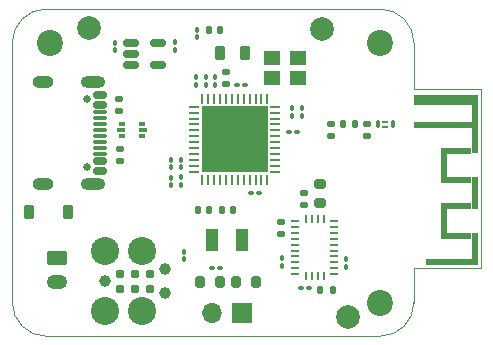
<source format=gbr>
%TF.GenerationSoftware,KiCad,Pcbnew,8.0.0*%
%TF.CreationDate,2024-03-13T13:13:58+00:00*%
%TF.ProjectId,HW_MoveCritic_KiCad_Project,48575f4d-6f76-4654-9372-697469635f4b,rev?*%
%TF.SameCoordinates,PX7ee4219PY616af6f*%
%TF.FileFunction,Soldermask,Top*%
%TF.FilePolarity,Negative*%
%FSLAX46Y46*%
G04 Gerber Fmt 4.6, Leading zero omitted, Abs format (unit mm)*
G04 Created by KiCad (PCBNEW 8.0.0) date 2024-03-13 13:13:58*
%MOMM*%
%LPD*%
G01*
G04 APERTURE LIST*
G04 Aperture macros list*
%AMRoundRect*
0 Rectangle with rounded corners*
0 $1 Rounding radius*
0 $2 $3 $4 $5 $6 $7 $8 $9 X,Y pos of 4 corners*
0 Add a 4 corners polygon primitive as box body*
4,1,4,$2,$3,$4,$5,$6,$7,$8,$9,$2,$3,0*
0 Add four circle primitives for the rounded corners*
1,1,$1+$1,$2,$3*
1,1,$1+$1,$4,$5*
1,1,$1+$1,$6,$7*
1,1,$1+$1,$8,$9*
0 Add four rect primitives between the rounded corners*
20,1,$1+$1,$2,$3,$4,$5,0*
20,1,$1+$1,$4,$5,$6,$7,0*
20,1,$1+$1,$6,$7,$8,$9,0*
20,1,$1+$1,$8,$9,$2,$3,0*%
G04 Aperture macros list end*
%ADD10RoundRect,0.100000X0.100000X-0.130000X0.100000X0.130000X-0.100000X0.130000X-0.100000X-0.130000X0*%
%ADD11R,0.500000X5.000000*%
%ADD12R,4.900000X0.500000*%
%ADD13R,2.640000X0.500000*%
%ADD14R,0.500000X2.000000*%
%ADD15R,0.500000X2.700000*%
%ADD16R,3.900000X0.500000*%
%ADD17R,4.900000X0.900000*%
%ADD18RoundRect,0.135000X0.135000X0.185000X-0.135000X0.185000X-0.135000X-0.185000X0.135000X-0.185000X0*%
%ADD19R,0.500000X0.375000*%
%ADD20R,0.650000X0.300000*%
%ADD21RoundRect,0.218750X-0.218750X-0.381250X0.218750X-0.381250X0.218750X0.381250X-0.218750X0.381250X0*%
%ADD22RoundRect,0.100000X-0.130000X-0.100000X0.130000X-0.100000X0.130000X0.100000X-0.130000X0.100000X0*%
%ADD23C,2.200000*%
%ADD24RoundRect,0.147500X-0.147500X-0.172500X0.147500X-0.172500X0.147500X0.172500X-0.147500X0.172500X0*%
%ADD25R,1.100000X1.900000*%
%ADD26RoundRect,0.135000X0.185000X-0.135000X0.185000X0.135000X-0.185000X0.135000X-0.185000X-0.135000X0*%
%ADD27C,2.000000*%
%ADD28RoundRect,0.140000X-0.170000X0.140000X-0.170000X-0.140000X0.170000X-0.140000X0.170000X0.140000X0*%
%ADD29RoundRect,0.135000X-0.185000X0.135000X-0.185000X-0.135000X0.185000X-0.135000X0.185000X0.135000X0*%
%ADD30RoundRect,0.140000X0.140000X0.170000X-0.140000X0.170000X-0.140000X-0.170000X0.140000X-0.170000X0*%
%ADD31RoundRect,0.200000X-0.200000X-0.275000X0.200000X-0.275000X0.200000X0.275000X-0.200000X0.275000X0*%
%ADD32C,0.787400*%
%ADD33C,0.990600*%
%ADD34C,2.374900*%
%ADD35O,1.700000X1.700000*%
%ADD36R,1.700000X1.700000*%
%ADD37RoundRect,0.100000X-0.100000X0.130000X-0.100000X-0.130000X0.100000X-0.130000X0.100000X0.130000X0*%
%ADD38RoundRect,0.100000X0.130000X0.100000X-0.130000X0.100000X-0.130000X-0.100000X0.130000X-0.100000X0*%
%ADD39O,1.800000X1.000000*%
%ADD40O,2.100000X1.000000*%
%ADD41RoundRect,0.150000X-0.425000X0.150000X-0.425000X-0.150000X0.425000X-0.150000X0.425000X0.150000X0*%
%ADD42RoundRect,0.075000X-0.500000X0.075000X-0.500000X-0.075000X0.500000X-0.075000X0.500000X0.075000X0*%
%ADD43C,0.650000*%
%ADD44O,1.750000X1.200000*%
%ADD45RoundRect,0.250000X-0.625000X0.350000X-0.625000X-0.350000X0.625000X-0.350000X0.625000X0.350000X0*%
%ADD46R,5.600000X5.600000*%
%ADD47RoundRect,0.062500X0.375000X-0.062500X0.375000X0.062500X-0.375000X0.062500X-0.375000X-0.062500X0*%
%ADD48RoundRect,0.062500X0.062500X-0.375000X0.062500X0.375000X-0.062500X0.375000X-0.062500X-0.375000X0*%
%ADD49RoundRect,0.147500X0.172500X-0.147500X0.172500X0.147500X-0.172500X0.147500X-0.172500X-0.147500X0*%
%ADD50RoundRect,0.200000X-0.275000X0.200000X-0.275000X-0.200000X0.275000X-0.200000X0.275000X0.200000X0*%
%ADD51RoundRect,0.225000X0.225000X0.375000X-0.225000X0.375000X-0.225000X-0.375000X0.225000X-0.375000X0*%
%ADD52RoundRect,0.200000X0.200000X0.275000X-0.200000X0.275000X-0.200000X-0.275000X0.200000X-0.275000X0*%
%ADD53RoundRect,0.140000X-0.140000X-0.170000X0.140000X-0.170000X0.140000X0.170000X-0.140000X0.170000X0*%
%ADD54RoundRect,0.068750X-0.068750X-0.281250X0.068750X-0.281250X0.068750X0.281250X-0.068750X0.281250X0*%
%ADD55RoundRect,0.061250X-0.163750X-0.061250X0.163750X-0.061250X0.163750X0.061250X-0.163750X0.061250X0*%
%ADD56R,0.675000X0.254000*%
%ADD57R,0.254000X0.675000*%
%ADD58R,1.400000X1.200000*%
%ADD59RoundRect,0.150000X-0.512500X-0.150000X0.512500X-0.150000X0.512500X0.150000X-0.512500X0.150000X0*%
%TA.AperFunction,Profile*%
%ADD60C,0.100000*%
%TD*%
G04 APERTURE END LIST*
D10*
%TO.C,C4*%
X15570000Y21930000D03*
X15570000Y21290000D03*
%TD*%
D11*
%TO.C,AE1*%
X39150000Y17959998D03*
D12*
X36450000Y17909998D03*
D13*
X37580000Y15709998D03*
D14*
X36510000Y14459998D03*
D13*
X37580000Y13209998D03*
D15*
X39150000Y12109998D03*
D13*
X37580000Y11009998D03*
D14*
X36510000Y9759998D03*
D13*
X37580000Y8509998D03*
D15*
X39150000Y7409998D03*
D16*
X36950000Y6309998D03*
D17*
X36450000Y20009998D03*
%TD*%
D18*
%TO.C,R10*%
X26090000Y3949998D03*
X27110000Y3949998D03*
%TD*%
D19*
%TO.C,U2*%
X11000001Y17987498D03*
D20*
X11075001Y17449998D03*
D19*
X11000001Y16912498D03*
X9300001Y16912498D03*
D20*
X9225001Y17449998D03*
D19*
X9300001Y17987498D03*
%TD*%
D21*
%TO.C,L2*%
X19712500Y23999998D03*
X17587500Y23999998D03*
%TD*%
D10*
%TO.C,C6*%
X14270000Y14949998D03*
X14270000Y14309998D03*
%TD*%
D22*
%TO.C,C1*%
X24070000Y17250000D03*
X23430000Y17250000D03*
%TD*%
D23*
%TO.C,H1*%
X31150001Y24849999D03*
%TD*%
D24*
%TO.C,L3*%
X28987502Y17929999D03*
X28017502Y17929999D03*
%TD*%
D25*
%TO.C,X1*%
X16920001Y8159999D03*
X19420001Y8159999D03*
%TD*%
D26*
%TO.C,R4*%
X9066333Y20109998D03*
X9066333Y19089998D03*
%TD*%
D24*
%TO.C,D2*%
X17585000Y25960000D03*
X16615000Y25960000D03*
%TD*%
D27*
%TO.C,FID3*%
X6500000Y26100000D03*
%TD*%
D10*
%TO.C,C20*%
X22850000Y6620000D03*
X22850000Y5980000D03*
%TD*%
D28*
%TO.C,C15*%
X30027500Y16975000D03*
X30027500Y17935000D03*
%TD*%
D29*
%TO.C,R3*%
X9127501Y14809998D03*
X9127501Y15829998D03*
%TD*%
D27*
%TO.C,FID1*%
X26200001Y26049999D03*
%TD*%
D22*
%TO.C,C11*%
X19670001Y21290000D03*
X19030001Y21290000D03*
%TD*%
D30*
%TO.C,C13*%
X15700001Y10689998D03*
X16660001Y10689998D03*
%TD*%
D26*
%TO.C,R8*%
X22750001Y9710000D03*
X22750001Y8690000D03*
%TD*%
D31*
%TO.C,R2*%
X17557501Y4569998D03*
X15907501Y4569998D03*
%TD*%
D22*
%TO.C,C2*%
X20870001Y12110000D03*
X20230001Y12110000D03*
%TD*%
D32*
%TO.C,J2*%
X11620001Y5284999D03*
X11620001Y4014999D03*
X10350001Y5284999D03*
X10350001Y4014999D03*
X9080001Y5284999D03*
X9080001Y4014999D03*
D33*
X12890001Y3633999D03*
X12890001Y5665999D03*
D34*
X10985001Y2109999D03*
X10985001Y7189999D03*
X7810001Y2109999D03*
D33*
X7810001Y4649999D03*
D34*
X7810001Y7189999D03*
%TD*%
D35*
%TO.C,SW1*%
X16915002Y1959999D03*
D36*
X19455002Y1959999D03*
%TD*%
D37*
%TO.C,C18*%
X8720001Y24209999D03*
X8720001Y24849999D03*
%TD*%
D38*
%TO.C,C21*%
X24480001Y4049999D03*
X25120001Y4049999D03*
%TD*%
D37*
%TO.C,C10*%
X24550000Y18680000D03*
X24550000Y19320000D03*
%TD*%
%TO.C,C19*%
X13732729Y24226397D03*
X13732729Y24866397D03*
%TD*%
D10*
%TO.C,C8*%
X17140001Y21934999D03*
X17140001Y21294999D03*
%TD*%
D39*
%TO.C,J3*%
X2635000Y12880000D03*
D40*
X6815000Y12880000D03*
D39*
X2635000Y21520000D03*
D40*
X6815000Y21520000D03*
D41*
X7390000Y20400000D03*
X7390000Y19600000D03*
D42*
X7390000Y18950000D03*
X7390000Y17950000D03*
X7390000Y16450000D03*
X7390000Y15450000D03*
D41*
X7390000Y14800000D03*
X7390000Y14000000D03*
X7390000Y14000000D03*
X7390000Y14800000D03*
D42*
X7390000Y15950000D03*
X7390000Y16950000D03*
X7390000Y17450000D03*
X7390000Y18450000D03*
D41*
X7390000Y19600000D03*
X7390000Y20400000D03*
D43*
X6315000Y14310000D03*
X6315000Y20090000D03*
%TD*%
D23*
%TO.C,H4*%
X31150001Y2849999D03*
%TD*%
D38*
%TO.C,C17*%
X16910000Y5740000D03*
X17550000Y5740000D03*
%TD*%
D44*
%TO.C,J1*%
X3799999Y4599999D03*
D45*
X3799999Y6599999D03*
%TD*%
D46*
%TO.C,U1*%
X18842502Y16679999D03*
D47*
X15405002Y13929999D03*
X15405002Y14429999D03*
X15405002Y14929999D03*
X15405002Y15429999D03*
X15405002Y15929999D03*
X15405002Y16429999D03*
X15405002Y16929999D03*
X15405002Y17429999D03*
X15405002Y17929999D03*
X15405002Y18429999D03*
X15405002Y18929999D03*
X15405002Y19429999D03*
D48*
X16092502Y20117499D03*
X16592502Y20117499D03*
X17092502Y20117499D03*
X17592502Y20117499D03*
X18092502Y20117499D03*
X18592502Y20117499D03*
X19092502Y20117499D03*
X19592502Y20117499D03*
X20092502Y20117499D03*
X20592502Y20117499D03*
X21092502Y20117499D03*
X21592502Y20117499D03*
D47*
X22280002Y19429999D03*
X22280002Y18929999D03*
X22280002Y18429999D03*
X22280002Y17929999D03*
X22280002Y17429999D03*
X22280002Y16929999D03*
X22280002Y16429999D03*
X22280002Y15929999D03*
X22280002Y15429999D03*
X22280002Y14929999D03*
X22280002Y14429999D03*
X22280002Y13929999D03*
D48*
X21592502Y13242499D03*
X21092502Y13242499D03*
X20592502Y13242499D03*
X20092502Y13242499D03*
X19592502Y13242499D03*
X19092502Y13242499D03*
X18592502Y13242499D03*
X18092502Y13242499D03*
X17592502Y13242499D03*
X17092502Y13242499D03*
X16592502Y13242499D03*
X16092502Y13242499D03*
%TD*%
D49*
%TO.C,L1*%
X18060002Y22334999D03*
X18060002Y21364999D03*
%TD*%
D50*
%TO.C,R6*%
X26050002Y11274999D03*
X26050002Y12924999D03*
%TD*%
D37*
%TO.C,C22*%
X28290001Y5880000D03*
X28290001Y6520000D03*
%TD*%
D51*
%TO.C,D1*%
X1450000Y10499998D03*
X4750000Y10499998D03*
%TD*%
D52*
%TO.C,R1*%
X18957500Y4560000D03*
X20607500Y4560000D03*
%TD*%
D10*
%TO.C,C9*%
X16360001Y21930000D03*
X16360001Y21290000D03*
%TD*%
D28*
%TO.C,C14*%
X26977501Y16974998D03*
X26977501Y17934998D03*
%TD*%
D37*
%TO.C,C3*%
X13420000Y12779999D03*
X13420000Y13419999D03*
%TD*%
%TO.C,C23*%
X23700002Y18679999D03*
X23700002Y19319999D03*
%TD*%
D27*
%TO.C,FID2*%
X28448309Y1627213D03*
%TD*%
D29*
%TO.C,R7*%
X24700000Y11089998D03*
X24700000Y12109998D03*
%TD*%
D37*
%TO.C,C16*%
X14550001Y6529998D03*
X14550001Y7169998D03*
%TD*%
%TO.C,C7*%
X14270001Y12800000D03*
X14270001Y13440000D03*
%TD*%
D53*
%TO.C,C12*%
X18680000Y10700000D03*
X17720000Y10700000D03*
%TD*%
D54*
%TO.C,FLT1*%
X32190000Y17930000D03*
D55*
X31577500Y17702500D03*
X31577500Y18157500D03*
D54*
X30965000Y17930000D03*
%TD*%
D56*
%TO.C,U5*%
X23937501Y5749999D03*
X23937501Y6249999D03*
X23937501Y6749999D03*
X23937501Y7249999D03*
X23937501Y7749999D03*
X23937501Y8249999D03*
X23937501Y8749999D03*
X23937501Y9249999D03*
X23937501Y9749999D03*
D57*
X24850001Y9887499D03*
X25350001Y9887499D03*
X25850001Y9887499D03*
X26350001Y9887499D03*
D56*
X27262501Y9749999D03*
X27262501Y9249999D03*
X27262501Y8749999D03*
X27262501Y8249999D03*
X27262501Y7749999D03*
X27262501Y7249999D03*
X27262501Y6749999D03*
X27262501Y6249999D03*
X27262501Y5749999D03*
X27262501Y5249999D03*
D57*
X26350001Y5112499D03*
X25850001Y5112499D03*
X25350001Y5112499D03*
X24850001Y5112499D03*
D56*
X23937501Y5249999D03*
%TD*%
D10*
%TO.C,C5*%
X13420000Y14930000D03*
X13420000Y14290000D03*
%TD*%
D58*
%TO.C,X2*%
X24210001Y21829999D03*
X22010001Y21829999D03*
X22010001Y23529999D03*
X24210001Y23529999D03*
%TD*%
D23*
%TO.C,H2*%
X3150000Y24850000D03*
%TD*%
D59*
%TO.C,U3*%
X12360001Y24860000D03*
X12360001Y22960000D03*
X10085001Y22960000D03*
X10085001Y23910000D03*
X10085001Y24860000D03*
%TD*%
D37*
%TO.C,R5*%
X15637500Y25290001D03*
X15637500Y25930001D03*
%TD*%
D60*
X31150001Y27699999D02*
X2849999Y27699998D01*
X0Y24849999D02*
G75*
G02*
X2849999Y27699997I2849998J0D01*
G01*
X34000000Y24850000D02*
X34000002Y20959999D01*
X2850000Y0D02*
X31150001Y-2D01*
X34000002Y2849999D02*
X34000002Y5759999D01*
X0Y24849999D02*
X0Y2849999D01*
X34000002Y2849999D02*
G75*
G02*
X31150001Y-4I-2850003J0D01*
G01*
X31150001Y27699999D02*
G75*
G02*
X33999999Y24850000I-2J-2850000D01*
G01*
X2850000Y0D02*
G75*
G02*
X-1Y2849999I-2J2849999D01*
G01*
%TO.C,AE1*%
X39700000Y20959998D02*
X34000000Y20959998D01*
X39700000Y20959998D02*
X39700000Y5759998D01*
X39700000Y5759998D02*
X34010000Y5759998D01*
%TD*%
M02*

</source>
